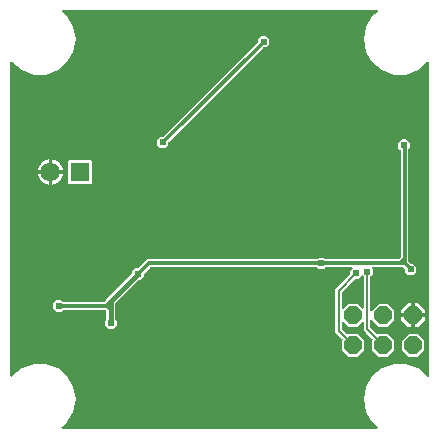
<source format=gbr>
G04 EAGLE Gerber RS-274X export*
G75*
%MOMM*%
%FSLAX34Y34*%
%LPD*%
%INBottom Copper*%
%IPPOS*%
%AMOC8*
5,1,8,0,0,1.08239X$1,22.5*%
G01*
%ADD10P,1.677704X8X22.500000*%
%ADD11R,1.650000X1.650000*%
%ADD12C,1.650000*%
%ADD13C,0.609600*%
%ADD14C,0.203200*%
%ADD15C,0.381000*%
%ADD16C,0.304800*%

G36*
X315808Y5225D02*
X315808Y5225D01*
X315912Y5236D01*
X315929Y5244D01*
X315948Y5247D01*
X316040Y5296D01*
X316135Y5341D01*
X316149Y5354D01*
X316165Y5363D01*
X316237Y5438D01*
X316313Y5511D01*
X316322Y5527D01*
X316335Y5541D01*
X316379Y5636D01*
X316427Y5728D01*
X316430Y5747D01*
X316438Y5764D01*
X316450Y5868D01*
X316466Y5971D01*
X316463Y5990D01*
X316465Y6008D01*
X316443Y6110D01*
X316426Y6214D01*
X316417Y6230D01*
X316413Y6249D01*
X316359Y6339D01*
X316310Y6431D01*
X316294Y6448D01*
X316287Y6460D01*
X316263Y6481D01*
X316195Y6552D01*
X311525Y10470D01*
X306249Y19608D01*
X304417Y30000D01*
X306249Y40392D01*
X311525Y49530D01*
X319608Y56313D01*
X329524Y59921D01*
X340076Y59921D01*
X349992Y56312D01*
X358075Y49530D01*
X358172Y49362D01*
X358202Y49325D01*
X358225Y49282D01*
X358279Y49230D01*
X358328Y49172D01*
X358368Y49146D01*
X358403Y49113D01*
X358472Y49081D01*
X358536Y49041D01*
X358582Y49030D01*
X358626Y49009D01*
X358701Y49001D01*
X358775Y48983D01*
X358823Y48988D01*
X358870Y48982D01*
X358945Y48998D01*
X359020Y49005D01*
X359064Y49024D01*
X359111Y49035D01*
X359176Y49073D01*
X359245Y49104D01*
X359281Y49136D01*
X359322Y49161D01*
X359371Y49218D01*
X359427Y49269D01*
X359451Y49311D01*
X359482Y49348D01*
X359510Y49418D01*
X359547Y49484D01*
X359556Y49531D01*
X359574Y49576D01*
X359588Y49704D01*
X359592Y49726D01*
X359591Y49732D01*
X359592Y49743D01*
X359592Y315057D01*
X359590Y315069D01*
X359591Y315076D01*
X359585Y315107D01*
X359586Y315153D01*
X359565Y315225D01*
X359553Y315300D01*
X359530Y315343D01*
X359516Y315389D01*
X359473Y315451D01*
X359437Y315518D01*
X359403Y315551D01*
X359375Y315590D01*
X359314Y315635D01*
X359259Y315687D01*
X359216Y315707D01*
X359177Y315736D01*
X359105Y315759D01*
X359036Y315791D01*
X358988Y315796D01*
X358943Y315811D01*
X358867Y315809D01*
X358792Y315818D01*
X358745Y315808D01*
X358697Y315807D01*
X358625Y315782D01*
X358551Y315765D01*
X358510Y315741D01*
X358465Y315725D01*
X358405Y315678D01*
X358340Y315639D01*
X358309Y315603D01*
X358271Y315573D01*
X358197Y315473D01*
X358189Y315465D01*
X358188Y315461D01*
X358180Y315452D01*
X358178Y315446D01*
X358172Y315438D01*
X358075Y315270D01*
X349992Y308488D01*
X340076Y304879D01*
X329524Y304879D01*
X319608Y308488D01*
X311525Y315270D01*
X306249Y324408D01*
X304417Y334800D01*
X306249Y345192D01*
X311525Y354330D01*
X316195Y358248D01*
X316263Y358327D01*
X316335Y358403D01*
X316343Y358420D01*
X316355Y358434D01*
X316394Y358531D01*
X316438Y358626D01*
X316440Y358645D01*
X316448Y358662D01*
X316454Y358767D01*
X316465Y358870D01*
X316461Y358889D01*
X316463Y358908D01*
X316435Y359008D01*
X316413Y359111D01*
X316403Y359127D01*
X316399Y359145D01*
X316341Y359232D01*
X316287Y359322D01*
X316273Y359334D01*
X316262Y359350D01*
X316180Y359414D01*
X316100Y359482D01*
X316083Y359489D01*
X316068Y359500D01*
X315969Y359535D01*
X315872Y359574D01*
X315849Y359576D01*
X315835Y359581D01*
X315803Y359581D01*
X315705Y359592D01*
X49095Y359592D01*
X48992Y359575D01*
X48888Y359564D01*
X48871Y359556D01*
X48852Y359553D01*
X48760Y359504D01*
X48665Y359459D01*
X48651Y359446D01*
X48635Y359437D01*
X48563Y359362D01*
X48487Y359289D01*
X48478Y359273D01*
X48465Y359259D01*
X48421Y359164D01*
X48373Y359072D01*
X48370Y359053D01*
X48362Y359036D01*
X48350Y358932D01*
X48334Y358829D01*
X48337Y358810D01*
X48335Y358792D01*
X48357Y358690D01*
X48374Y358586D01*
X48383Y358570D01*
X48387Y358551D01*
X48441Y358461D01*
X48490Y358369D01*
X48506Y358352D01*
X48513Y358340D01*
X48537Y358319D01*
X48605Y358248D01*
X53275Y354330D01*
X58551Y345192D01*
X60383Y334800D01*
X58551Y324408D01*
X53275Y315270D01*
X45192Y308488D01*
X35276Y304879D01*
X24724Y304879D01*
X14808Y308488D01*
X6725Y315270D01*
X6628Y315438D01*
X6598Y315475D01*
X6575Y315518D01*
X6521Y315570D01*
X6472Y315628D01*
X6432Y315654D01*
X6397Y315687D01*
X6328Y315719D01*
X6264Y315759D01*
X6218Y315770D01*
X6174Y315791D01*
X6099Y315799D01*
X6025Y315817D01*
X5977Y315812D01*
X5930Y315818D01*
X5855Y315802D01*
X5780Y315795D01*
X5736Y315776D01*
X5689Y315765D01*
X5624Y315727D01*
X5555Y315696D01*
X5519Y315664D01*
X5478Y315639D01*
X5429Y315582D01*
X5373Y315531D01*
X5349Y315489D01*
X5318Y315452D01*
X5290Y315382D01*
X5253Y315316D01*
X5244Y315269D01*
X5226Y315224D01*
X5212Y315096D01*
X5208Y315074D01*
X5209Y315068D01*
X5208Y315057D01*
X5208Y49743D01*
X5215Y49695D01*
X5214Y49647D01*
X5235Y49575D01*
X5247Y49500D01*
X5270Y49457D01*
X5284Y49411D01*
X5327Y49349D01*
X5363Y49282D01*
X5397Y49249D01*
X5425Y49210D01*
X5486Y49165D01*
X5541Y49113D01*
X5584Y49093D01*
X5623Y49064D01*
X5695Y49041D01*
X5764Y49009D01*
X5812Y49004D01*
X5857Y48989D01*
X5933Y48991D01*
X6008Y48982D01*
X6055Y48992D01*
X6103Y48993D01*
X6175Y49018D01*
X6249Y49035D01*
X6290Y49059D01*
X6335Y49075D01*
X6395Y49122D01*
X6460Y49161D01*
X6491Y49197D01*
X6529Y49227D01*
X6605Y49330D01*
X6620Y49348D01*
X6622Y49354D01*
X6628Y49362D01*
X6725Y49530D01*
X14808Y56312D01*
X24724Y59921D01*
X35276Y59921D01*
X45192Y56312D01*
X53275Y49530D01*
X58551Y40392D01*
X60383Y30000D01*
X58551Y19608D01*
X53275Y10470D01*
X48605Y6552D01*
X48537Y6473D01*
X48465Y6397D01*
X48457Y6380D01*
X48445Y6366D01*
X48406Y6269D01*
X48362Y6174D01*
X48360Y6155D01*
X48352Y6138D01*
X48346Y6033D01*
X48335Y5930D01*
X48339Y5911D01*
X48337Y5892D01*
X48365Y5792D01*
X48387Y5689D01*
X48397Y5673D01*
X48401Y5655D01*
X48459Y5568D01*
X48513Y5478D01*
X48527Y5466D01*
X48538Y5450D01*
X48620Y5386D01*
X48700Y5318D01*
X48717Y5311D01*
X48732Y5300D01*
X48831Y5265D01*
X48928Y5226D01*
X48951Y5224D01*
X48965Y5219D01*
X48997Y5219D01*
X49095Y5208D01*
X315705Y5208D01*
X315808Y5225D01*
G37*
%LPC*%
G36*
X291455Y66163D02*
X291455Y66163D01*
X285873Y71745D01*
X285873Y79639D01*
X286150Y79915D01*
X286161Y79932D01*
X286177Y79944D01*
X286233Y80031D01*
X286293Y80115D01*
X286299Y80134D01*
X286310Y80151D01*
X286335Y80251D01*
X286366Y80350D01*
X286365Y80370D01*
X286370Y80389D01*
X286362Y80492D01*
X286359Y80596D01*
X286352Y80615D01*
X286351Y80635D01*
X286310Y80730D01*
X286275Y80827D01*
X286262Y80843D01*
X286255Y80861D01*
X286150Y80992D01*
X282021Y85120D01*
X280161Y86980D01*
X280161Y123078D01*
X292638Y135555D01*
X292691Y135629D01*
X292751Y135698D01*
X292763Y135728D01*
X292782Y135754D01*
X292809Y135841D01*
X292843Y135926D01*
X292847Y135967D01*
X292854Y135989D01*
X292853Y136022D01*
X292861Y136093D01*
X292861Y138651D01*
X294642Y140432D01*
X294684Y140490D01*
X294733Y140542D01*
X294755Y140589D01*
X294785Y140631D01*
X294806Y140700D01*
X294837Y140765D01*
X294842Y140817D01*
X294858Y140867D01*
X294856Y140938D01*
X294864Y141009D01*
X294853Y141060D01*
X294851Y141112D01*
X294827Y141180D01*
X294811Y141250D01*
X294785Y141295D01*
X294767Y141343D01*
X294722Y141399D01*
X294685Y141461D01*
X294646Y141495D01*
X294613Y141535D01*
X294553Y141574D01*
X294498Y141621D01*
X294450Y141640D01*
X294406Y141668D01*
X294337Y141686D01*
X294270Y141713D01*
X294199Y141721D01*
X294168Y141729D01*
X294144Y141727D01*
X294103Y141731D01*
X272317Y141731D01*
X272227Y141717D01*
X272136Y141709D01*
X272106Y141697D01*
X272074Y141692D01*
X271993Y141649D01*
X271909Y141613D01*
X271877Y141587D01*
X271857Y141576D01*
X271834Y141553D01*
X271778Y141508D01*
X270477Y140207D01*
X266479Y140207D01*
X265178Y141508D01*
X265104Y141561D01*
X265034Y141621D01*
X265004Y141633D01*
X264978Y141652D01*
X264891Y141679D01*
X264806Y141713D01*
X264765Y141717D01*
X264743Y141724D01*
X264711Y141723D01*
X264639Y141731D01*
X123857Y141731D01*
X123767Y141717D01*
X123676Y141709D01*
X123647Y141697D01*
X123615Y141692D01*
X123534Y141649D01*
X123450Y141613D01*
X123418Y141587D01*
X123397Y141576D01*
X123375Y141553D01*
X123319Y141508D01*
X118080Y136269D01*
X118027Y136195D01*
X117967Y136126D01*
X117955Y136095D01*
X117936Y136069D01*
X117909Y135982D01*
X117875Y135897D01*
X117871Y135856D01*
X117864Y135834D01*
X117865Y135802D01*
X117857Y135731D01*
X117857Y133891D01*
X115029Y131063D01*
X113728Y131063D01*
X113638Y131049D01*
X113547Y131041D01*
X113517Y131029D01*
X113485Y131024D01*
X113405Y130981D01*
X113321Y130945D01*
X113289Y130919D01*
X113268Y130908D01*
X113246Y130885D01*
X113190Y130840D01*
X94077Y111727D01*
X94024Y111653D01*
X93964Y111584D01*
X93952Y111554D01*
X93933Y111527D01*
X93906Y111440D01*
X93872Y111356D01*
X93868Y111315D01*
X93861Y111292D01*
X93862Y111260D01*
X93854Y111189D01*
X93854Y97946D01*
X93868Y97856D01*
X93876Y97765D01*
X93888Y97735D01*
X93893Y97703D01*
X93936Y97622D01*
X93972Y97538D01*
X93998Y97506D01*
X94009Y97486D01*
X94032Y97463D01*
X94077Y97407D01*
X94997Y96487D01*
X94997Y92489D01*
X92169Y89661D01*
X88171Y89661D01*
X85343Y92489D01*
X85343Y96487D01*
X86263Y97407D01*
X86316Y97481D01*
X86376Y97551D01*
X86388Y97581D01*
X86407Y97607D01*
X86434Y97694D01*
X86468Y97779D01*
X86472Y97820D01*
X86479Y97842D01*
X86478Y97874D01*
X86486Y97946D01*
X86486Y104362D01*
X86472Y104452D01*
X86464Y104543D01*
X86452Y104572D01*
X86447Y104604D01*
X86404Y104685D01*
X86368Y104769D01*
X86342Y104801D01*
X86331Y104822D01*
X86308Y104844D01*
X86263Y104900D01*
X85723Y105440D01*
X85649Y105493D01*
X85580Y105553D01*
X85549Y105565D01*
X85523Y105584D01*
X85436Y105611D01*
X85351Y105645D01*
X85310Y105649D01*
X85288Y105656D01*
X85256Y105655D01*
X85185Y105663D01*
X49813Y105663D01*
X49723Y105649D01*
X49632Y105641D01*
X49602Y105629D01*
X49570Y105624D01*
X49489Y105581D01*
X49405Y105545D01*
X49373Y105519D01*
X49353Y105508D01*
X49330Y105485D01*
X49274Y105440D01*
X47973Y104139D01*
X43975Y104139D01*
X41147Y106967D01*
X41147Y110965D01*
X43975Y113793D01*
X47973Y113793D01*
X49274Y112492D01*
X49348Y112439D01*
X49418Y112379D01*
X49448Y112367D01*
X49474Y112348D01*
X49561Y112321D01*
X49646Y112287D01*
X49687Y112283D01*
X49709Y112276D01*
X49741Y112277D01*
X49813Y112269D01*
X84423Y112269D01*
X84513Y112283D01*
X84604Y112291D01*
X84633Y112303D01*
X84665Y112308D01*
X84746Y112351D01*
X84830Y112387D01*
X84862Y112413D01*
X84883Y112424D01*
X84905Y112447D01*
X84961Y112492D01*
X86263Y113794D01*
X86316Y113868D01*
X86376Y113937D01*
X86388Y113968D01*
X86407Y113994D01*
X86434Y114081D01*
X86468Y114166D01*
X86472Y114207D01*
X86479Y114229D01*
X86478Y114261D01*
X86486Y114332D01*
X86486Y114556D01*
X107980Y136050D01*
X108033Y136124D01*
X108093Y136193D01*
X108105Y136223D01*
X108124Y136250D01*
X108151Y136337D01*
X108185Y136421D01*
X108189Y136462D01*
X108196Y136485D01*
X108195Y136517D01*
X108203Y136588D01*
X108203Y137889D01*
X111031Y140717D01*
X112871Y140717D01*
X112961Y140731D01*
X113052Y140739D01*
X113081Y140751D01*
X113113Y140756D01*
X113194Y140799D01*
X113278Y140835D01*
X113310Y140861D01*
X113331Y140872D01*
X113353Y140895D01*
X113409Y140940D01*
X118648Y146179D01*
X120806Y148337D01*
X264639Y148337D01*
X264729Y148351D01*
X264820Y148359D01*
X264850Y148371D01*
X264882Y148376D01*
X264963Y148419D01*
X265047Y148455D01*
X265079Y148481D01*
X265099Y148492D01*
X265122Y148515D01*
X265178Y148560D01*
X266479Y149861D01*
X270477Y149861D01*
X271778Y148560D01*
X271852Y148507D01*
X271922Y148447D01*
X271952Y148435D01*
X271978Y148416D01*
X272065Y148389D01*
X272150Y148355D01*
X272191Y148351D01*
X272213Y148344D01*
X272245Y148345D01*
X272317Y148337D01*
X333597Y148337D01*
X333687Y148351D01*
X333778Y148359D01*
X333807Y148371D01*
X333839Y148376D01*
X333920Y148419D01*
X334004Y148455D01*
X334036Y148481D01*
X334057Y148492D01*
X334079Y148515D01*
X334135Y148560D01*
X335310Y149735D01*
X335363Y149809D01*
X335423Y149878D01*
X335435Y149909D01*
X335454Y149935D01*
X335481Y150022D01*
X335515Y150107D01*
X335519Y150148D01*
X335526Y150170D01*
X335525Y150202D01*
X335533Y150273D01*
X335533Y240763D01*
X335519Y240853D01*
X335511Y240944D01*
X335499Y240974D01*
X335494Y241006D01*
X335451Y241087D01*
X335415Y241171D01*
X335389Y241203D01*
X335378Y241223D01*
X335355Y241246D01*
X335310Y241302D01*
X333501Y243111D01*
X333501Y247109D01*
X336329Y249937D01*
X340327Y249937D01*
X343155Y247109D01*
X343155Y243111D01*
X342362Y242318D01*
X342309Y242244D01*
X342249Y242174D01*
X342237Y242144D01*
X342218Y242118D01*
X342191Y242031D01*
X342157Y241946D01*
X342153Y241905D01*
X342146Y241883D01*
X342147Y241851D01*
X342139Y241779D01*
X342139Y146717D01*
X342153Y146627D01*
X342161Y146536D01*
X342173Y146507D01*
X342178Y146475D01*
X342221Y146394D01*
X342257Y146310D01*
X342283Y146278D01*
X342294Y146257D01*
X342317Y146235D01*
X342362Y146179D01*
X343537Y145004D01*
X343611Y144951D01*
X343680Y144891D01*
X343711Y144879D01*
X343737Y144860D01*
X343824Y144833D01*
X343909Y144799D01*
X343950Y144795D01*
X343972Y144788D01*
X344004Y144789D01*
X344075Y144781D01*
X345915Y144781D01*
X348743Y141953D01*
X348743Y137955D01*
X345915Y135127D01*
X341917Y135127D01*
X339089Y137955D01*
X339089Y139795D01*
X339075Y139885D01*
X339067Y139976D01*
X339055Y140006D01*
X339050Y140037D01*
X339007Y140118D01*
X338971Y140202D01*
X338945Y140234D01*
X338934Y140255D01*
X338911Y140277D01*
X338866Y140333D01*
X337691Y141508D01*
X337617Y141561D01*
X337548Y141621D01*
X337517Y141633D01*
X337491Y141652D01*
X337404Y141679D01*
X337319Y141713D01*
X337278Y141717D01*
X337256Y141724D01*
X337224Y141723D01*
X337153Y141731D01*
X311941Y141731D01*
X311870Y141720D01*
X311798Y141718D01*
X311749Y141700D01*
X311698Y141692D01*
X311634Y141658D01*
X311567Y141633D01*
X311526Y141601D01*
X311480Y141576D01*
X311431Y141524D01*
X311375Y141480D01*
X311347Y141436D01*
X311311Y141398D01*
X311281Y141333D01*
X311242Y141273D01*
X311229Y141222D01*
X311207Y141175D01*
X311200Y141104D01*
X311182Y141034D01*
X311186Y140982D01*
X311180Y140931D01*
X311196Y140860D01*
X311201Y140789D01*
X311222Y140741D01*
X311233Y140690D01*
X311269Y140629D01*
X311297Y140563D01*
X311342Y140507D01*
X311359Y140479D01*
X311377Y140464D01*
X311402Y140432D01*
X311913Y139921D01*
X311913Y135923D01*
X310104Y134114D01*
X310051Y134040D01*
X309991Y133970D01*
X309979Y133940D01*
X309960Y133914D01*
X309933Y133827D01*
X309899Y133742D01*
X309895Y133701D01*
X309888Y133679D01*
X309889Y133647D01*
X309881Y133575D01*
X309881Y105484D01*
X309892Y105413D01*
X309894Y105342D01*
X309912Y105293D01*
X309920Y105241D01*
X309954Y105178D01*
X309979Y105111D01*
X310011Y105070D01*
X310036Y105024D01*
X310088Y104975D01*
X310132Y104919D01*
X310176Y104891D01*
X310214Y104855D01*
X310279Y104824D01*
X310339Y104786D01*
X310390Y104773D01*
X310437Y104751D01*
X310508Y104743D01*
X310578Y104726D01*
X310630Y104730D01*
X310681Y104724D01*
X310752Y104739D01*
X310823Y104745D01*
X310871Y104765D01*
X310922Y104776D01*
X310983Y104813D01*
X311049Y104841D01*
X311105Y104886D01*
X311133Y104902D01*
X311148Y104920D01*
X311180Y104946D01*
X316855Y110621D01*
X324749Y110621D01*
X330331Y105039D01*
X330331Y97145D01*
X324749Y91563D01*
X316855Y91563D01*
X311180Y97238D01*
X311122Y97280D01*
X311070Y97329D01*
X311023Y97351D01*
X310981Y97382D01*
X310912Y97403D01*
X310847Y97433D01*
X310795Y97439D01*
X310745Y97454D01*
X310674Y97452D01*
X310603Y97460D01*
X310552Y97449D01*
X310500Y97448D01*
X310432Y97423D01*
X310362Y97408D01*
X310317Y97381D01*
X310269Y97363D01*
X310213Y97318D01*
X310151Y97282D01*
X310117Y97242D01*
X310077Y97209D01*
X310038Y97149D01*
X309991Y97095D01*
X309972Y97046D01*
X309944Y97003D01*
X309926Y96933D01*
X309899Y96867D01*
X309891Y96795D01*
X309883Y96764D01*
X309885Y96741D01*
X309881Y96700D01*
X309881Y90881D01*
X309895Y90791D01*
X309903Y90700D01*
X309915Y90670D01*
X309920Y90638D01*
X309963Y90558D01*
X309999Y90474D01*
X310025Y90442D01*
X310036Y90421D01*
X310059Y90399D01*
X310104Y90343D01*
X315502Y84944D01*
X315518Y84933D01*
X315531Y84917D01*
X315618Y84861D01*
X315702Y84801D01*
X315721Y84795D01*
X315738Y84784D01*
X315838Y84759D01*
X315937Y84728D01*
X315957Y84729D01*
X315976Y84724D01*
X316079Y84732D01*
X316183Y84735D01*
X316202Y84742D01*
X316221Y84743D01*
X316316Y84784D01*
X316414Y84819D01*
X316429Y84832D01*
X316448Y84839D01*
X316579Y84944D01*
X316855Y85221D01*
X324749Y85221D01*
X330331Y79639D01*
X330331Y71745D01*
X324749Y66163D01*
X316855Y66163D01*
X311273Y71745D01*
X311273Y79639D01*
X311550Y79915D01*
X311561Y79932D01*
X311577Y79944D01*
X311633Y80031D01*
X311693Y80115D01*
X311699Y80134D01*
X311710Y80151D01*
X311735Y80251D01*
X311766Y80350D01*
X311765Y80370D01*
X311770Y80389D01*
X311762Y80492D01*
X311759Y80596D01*
X311752Y80615D01*
X311751Y80635D01*
X311710Y80730D01*
X311675Y80827D01*
X311662Y80843D01*
X311655Y80861D01*
X311550Y80992D01*
X306151Y86390D01*
X304291Y88250D01*
X304291Y94668D01*
X304280Y94739D01*
X304278Y94810D01*
X304260Y94859D01*
X304252Y94911D01*
X304218Y94974D01*
X304193Y95041D01*
X304161Y95082D01*
X304136Y95128D01*
X304084Y95177D01*
X304040Y95233D01*
X303996Y95261D01*
X303958Y95297D01*
X303893Y95328D01*
X303833Y95366D01*
X303782Y95379D01*
X303735Y95401D01*
X303664Y95409D01*
X303594Y95426D01*
X303542Y95422D01*
X303491Y95428D01*
X303420Y95413D01*
X303349Y95407D01*
X303301Y95387D01*
X303250Y95376D01*
X303189Y95339D01*
X303123Y95311D01*
X303067Y95266D01*
X303039Y95250D01*
X303024Y95232D01*
X302992Y95206D01*
X299349Y91563D01*
X291455Y91563D01*
X287050Y95968D01*
X286992Y96010D01*
X286940Y96059D01*
X286893Y96081D01*
X286851Y96112D01*
X286782Y96133D01*
X286717Y96163D01*
X286665Y96169D01*
X286615Y96184D01*
X286544Y96182D01*
X286473Y96190D01*
X286422Y96179D01*
X286370Y96178D01*
X286302Y96153D01*
X286232Y96138D01*
X286187Y96111D01*
X286139Y96093D01*
X286083Y96048D01*
X286021Y96012D01*
X285987Y95972D01*
X285947Y95939D01*
X285908Y95879D01*
X285861Y95825D01*
X285842Y95776D01*
X285814Y95733D01*
X285796Y95663D01*
X285769Y95597D01*
X285761Y95525D01*
X285753Y95494D01*
X285755Y95471D01*
X285751Y95430D01*
X285751Y89611D01*
X285765Y89521D01*
X285773Y89430D01*
X285785Y89400D01*
X285790Y89368D01*
X285833Y89288D01*
X285869Y89204D01*
X285895Y89172D01*
X285906Y89151D01*
X285929Y89129D01*
X285974Y89073D01*
X290102Y84944D01*
X290118Y84933D01*
X290131Y84917D01*
X290218Y84861D01*
X290302Y84801D01*
X290321Y84795D01*
X290338Y84784D01*
X290438Y84759D01*
X290537Y84728D01*
X290557Y84729D01*
X290576Y84724D01*
X290679Y84732D01*
X290783Y84735D01*
X290802Y84742D01*
X290821Y84743D01*
X290916Y84784D01*
X291014Y84819D01*
X291029Y84832D01*
X291048Y84839D01*
X291179Y84944D01*
X291455Y85221D01*
X299349Y85221D01*
X304931Y79639D01*
X304931Y71745D01*
X299349Y66163D01*
X291455Y66163D01*
G37*
%LPD*%
%LPC*%
G36*
X132113Y242569D02*
X132113Y242569D01*
X129285Y245397D01*
X129285Y249395D01*
X132113Y252223D01*
X133953Y252223D01*
X134043Y252237D01*
X134134Y252245D01*
X134163Y252257D01*
X134195Y252262D01*
X134276Y252305D01*
X134360Y252341D01*
X134392Y252367D01*
X134413Y252378D01*
X134435Y252401D01*
X134491Y252446D01*
X214406Y332361D01*
X214459Y332435D01*
X214519Y332504D01*
X214531Y332535D01*
X214550Y332561D01*
X214577Y332648D01*
X214611Y332733D01*
X214615Y332774D01*
X214622Y332796D01*
X214621Y332828D01*
X214629Y332899D01*
X214629Y334739D01*
X217457Y337567D01*
X221455Y337567D01*
X224283Y334739D01*
X224283Y330741D01*
X221455Y327913D01*
X219615Y327913D01*
X219525Y327899D01*
X219434Y327891D01*
X219405Y327879D01*
X219373Y327874D01*
X219292Y327831D01*
X219208Y327795D01*
X219176Y327769D01*
X219155Y327758D01*
X219133Y327735D01*
X219077Y327690D01*
X139162Y247775D01*
X139109Y247701D01*
X139049Y247632D01*
X139037Y247601D01*
X139018Y247575D01*
X138991Y247488D01*
X138957Y247403D01*
X138953Y247362D01*
X138946Y247340D01*
X138947Y247308D01*
X138939Y247237D01*
X138939Y245397D01*
X136111Y242569D01*
X132113Y242569D01*
G37*
%LPD*%
%LPC*%
G36*
X55075Y212371D02*
X55075Y212371D01*
X54033Y213413D01*
X54033Y231387D01*
X55075Y232429D01*
X73049Y232429D01*
X74091Y231387D01*
X74091Y213413D01*
X73049Y212371D01*
X55075Y212371D01*
G37*
%LPD*%
G36*
X286622Y106009D02*
X286622Y106009D01*
X286693Y106015D01*
X286741Y106035D01*
X286792Y106046D01*
X286853Y106083D01*
X286919Y106111D01*
X286975Y106156D01*
X287003Y106172D01*
X287018Y106190D01*
X287050Y106216D01*
X291455Y110621D01*
X299349Y110621D01*
X302992Y106978D01*
X303050Y106936D01*
X303102Y106887D01*
X303149Y106865D01*
X303191Y106834D01*
X303260Y106813D01*
X303325Y106783D01*
X303377Y106777D01*
X303427Y106762D01*
X303498Y106764D01*
X303569Y106756D01*
X303620Y106767D01*
X303672Y106768D01*
X303740Y106793D01*
X303810Y106808D01*
X303855Y106835D01*
X303903Y106853D01*
X303959Y106898D01*
X304021Y106934D01*
X304055Y106974D01*
X304095Y107007D01*
X304134Y107067D01*
X304181Y107121D01*
X304200Y107170D01*
X304228Y107213D01*
X304246Y107283D01*
X304273Y107349D01*
X304281Y107421D01*
X304289Y107452D01*
X304287Y107475D01*
X304291Y107516D01*
X304291Y133575D01*
X304277Y133665D01*
X304269Y133756D01*
X304257Y133786D01*
X304252Y133818D01*
X304209Y133899D01*
X304173Y133983D01*
X304147Y134015D01*
X304136Y134035D01*
X304113Y134058D01*
X304068Y134114D01*
X303560Y134622D01*
X303544Y134633D01*
X303532Y134649D01*
X303444Y134705D01*
X303361Y134765D01*
X303342Y134771D01*
X303325Y134782D01*
X303224Y134807D01*
X303125Y134838D01*
X303106Y134837D01*
X303086Y134842D01*
X302983Y134834D01*
X302880Y134831D01*
X302861Y134824D01*
X302841Y134823D01*
X302746Y134782D01*
X302649Y134747D01*
X302633Y134734D01*
X302615Y134726D01*
X302484Y134622D01*
X299687Y131825D01*
X297129Y131825D01*
X297039Y131811D01*
X296948Y131803D01*
X296918Y131791D01*
X296886Y131786D01*
X296806Y131743D01*
X296722Y131707D01*
X296690Y131681D01*
X296669Y131670D01*
X296647Y131647D01*
X296591Y131602D01*
X285974Y120985D01*
X285921Y120911D01*
X285861Y120842D01*
X285849Y120812D01*
X285830Y120786D01*
X285803Y120699D01*
X285769Y120614D01*
X285765Y120573D01*
X285758Y120551D01*
X285759Y120518D01*
X285751Y120447D01*
X285751Y106754D01*
X285762Y106683D01*
X285764Y106612D01*
X285782Y106563D01*
X285790Y106511D01*
X285824Y106448D01*
X285849Y106381D01*
X285881Y106340D01*
X285906Y106294D01*
X285958Y106245D01*
X286002Y106189D01*
X286046Y106161D01*
X286084Y106125D01*
X286149Y106094D01*
X286209Y106056D01*
X286260Y106043D01*
X286307Y106021D01*
X286378Y106013D01*
X286448Y105996D01*
X286500Y106000D01*
X286551Y105994D01*
X286622Y106009D01*
G37*
%LPC*%
G36*
X342255Y66163D02*
X342255Y66163D01*
X336673Y71745D01*
X336673Y79639D01*
X342255Y85221D01*
X350149Y85221D01*
X355731Y79639D01*
X355731Y71745D01*
X350149Y66163D01*
X342255Y66163D01*
G37*
%LPD*%
%LPC*%
G36*
X40585Y223923D02*
X40585Y223923D01*
X40585Y233084D01*
X41589Y232925D01*
X43204Y232400D01*
X44717Y231629D01*
X46092Y230631D01*
X47293Y229430D01*
X48291Y228055D01*
X49062Y226542D01*
X49587Y224927D01*
X49746Y223923D01*
X40585Y223923D01*
G37*
%LPD*%
%LPC*%
G36*
X28378Y223923D02*
X28378Y223923D01*
X28537Y224927D01*
X29062Y226542D01*
X29833Y228055D01*
X30831Y229430D01*
X32032Y230631D01*
X33407Y231629D01*
X34920Y232400D01*
X36535Y232925D01*
X37539Y233084D01*
X37539Y223923D01*
X28378Y223923D01*
G37*
%LPD*%
%LPC*%
G36*
X40585Y220877D02*
X40585Y220877D01*
X49746Y220877D01*
X49587Y219873D01*
X49062Y218258D01*
X48291Y216745D01*
X47293Y215370D01*
X46092Y214169D01*
X44717Y213171D01*
X43204Y212400D01*
X41589Y211875D01*
X40585Y211716D01*
X40585Y220877D01*
G37*
%LPD*%
%LPC*%
G36*
X36535Y211875D02*
X36535Y211875D01*
X34920Y212400D01*
X33407Y213171D01*
X32032Y214169D01*
X30831Y215370D01*
X29833Y216745D01*
X29062Y218258D01*
X28537Y219873D01*
X28378Y220877D01*
X37539Y220877D01*
X37539Y211716D01*
X36535Y211875D01*
G37*
%LPD*%
%LPC*%
G36*
X347725Y102615D02*
X347725Y102615D01*
X347725Y111383D01*
X350465Y111383D01*
X356493Y105355D01*
X356493Y102615D01*
X347725Y102615D01*
G37*
%LPD*%
%LPC*%
G36*
X335911Y102615D02*
X335911Y102615D01*
X335911Y105355D01*
X341939Y111383D01*
X344679Y111383D01*
X344679Y102615D01*
X335911Y102615D01*
G37*
%LPD*%
%LPC*%
G36*
X347725Y90801D02*
X347725Y90801D01*
X347725Y99569D01*
X356493Y99569D01*
X356493Y96829D01*
X350465Y90801D01*
X347725Y90801D01*
G37*
%LPD*%
%LPC*%
G36*
X341939Y90801D02*
X341939Y90801D01*
X335911Y96829D01*
X335911Y99569D01*
X344679Y99569D01*
X344679Y90801D01*
X341939Y90801D01*
G37*
%LPD*%
%LPC*%
G36*
X39061Y222399D02*
X39061Y222399D01*
X39061Y222401D01*
X39063Y222401D01*
X39063Y222399D01*
X39061Y222399D01*
G37*
%LPD*%
%LPC*%
G36*
X346201Y101091D02*
X346201Y101091D01*
X346201Y101093D01*
X346203Y101093D01*
X346203Y101091D01*
X346201Y101091D01*
G37*
%LPD*%
D10*
X295402Y75692D03*
X295402Y101092D03*
X320802Y75692D03*
X320802Y101092D03*
X346202Y75692D03*
X346202Y101092D03*
D11*
X64062Y222400D03*
D12*
X39062Y222400D03*
D13*
X175768Y45212D03*
X185928Y45212D03*
X196088Y45212D03*
X206248Y45212D03*
X157988Y311912D03*
X292608Y116332D03*
X290322Y352298D03*
X277622Y352298D03*
X264922Y352298D03*
X252222Y352298D03*
X239522Y352298D03*
X226822Y352298D03*
X15748Y294132D03*
X15748Y281432D03*
X15748Y268732D03*
X15748Y256032D03*
X15748Y243332D03*
X196088Y17272D03*
X180848Y17272D03*
X165608Y17272D03*
X348488Y205232D03*
X348488Y195072D03*
D14*
X307086Y89408D02*
X320802Y75692D01*
X307086Y89408D02*
X307086Y137922D01*
D13*
X307086Y137922D03*
X90170Y94488D03*
D15*
X90170Y105664D01*
X90170Y113030D01*
X113030Y135890D01*
D13*
X113030Y135890D03*
X45974Y108966D03*
D16*
X86106Y108966D01*
X90170Y113030D01*
X86868Y108966D02*
X86106Y108966D01*
X86868Y108966D02*
X90170Y105664D01*
D13*
X343916Y139954D03*
D16*
X338836Y145034D01*
X122174Y145034D02*
X113030Y135890D01*
X335280Y145034D02*
X338836Y145034D01*
X335280Y145034D02*
X268478Y145034D01*
X122174Y145034D01*
X338836Y145034D02*
X338836Y148590D01*
X338836Y149860D02*
X338836Y244602D01*
X338328Y245110D01*
D13*
X338328Y245110D03*
X268478Y145034D03*
D16*
X335280Y145034D02*
X338836Y148590D01*
X338836Y149860D01*
D13*
X297688Y136652D03*
D14*
X282956Y121920D01*
X282956Y88138D02*
X295402Y75692D01*
X282956Y88138D02*
X282956Y121920D01*
D13*
X134112Y247396D03*
D16*
X219456Y332740D01*
D13*
X219456Y332740D03*
M02*

</source>
